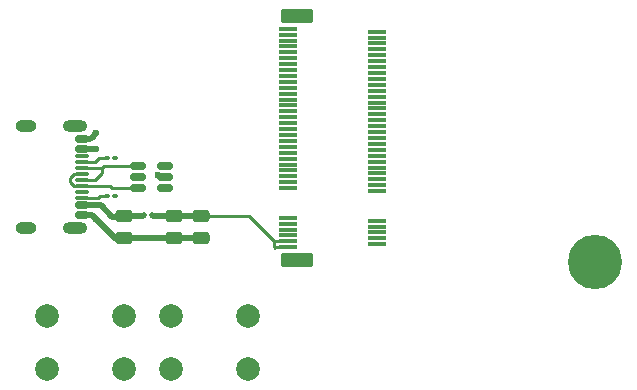
<source format=gbr>
%TF.GenerationSoftware,KiCad,Pcbnew,9.0.5*%
%TF.CreationDate,2025-10-31T02:29:56+01:00*%
%TF.ProjectId,ESP32S3UMCarrierBoard,45535033-3253-4335-954d-436172726965,rev?*%
%TF.SameCoordinates,Original*%
%TF.FileFunction,Copper,L1,Top*%
%TF.FilePolarity,Positive*%
%FSLAX46Y46*%
G04 Gerber Fmt 4.6, Leading zero omitted, Abs format (unit mm)*
G04 Created by KiCad (PCBNEW 9.0.5) date 2025-10-31 02:29:56*
%MOMM*%
%LPD*%
G01*
G04 APERTURE LIST*
G04 Aperture macros list*
%AMRoundRect*
0 Rectangle with rounded corners*
0 $1 Rounding radius*
0 $2 $3 $4 $5 $6 $7 $8 $9 X,Y pos of 4 corners*
0 Add a 4 corners polygon primitive as box body*
4,1,4,$2,$3,$4,$5,$6,$7,$8,$9,$2,$3,0*
0 Add four circle primitives for the rounded corners*
1,1,$1+$1,$2,$3*
1,1,$1+$1,$4,$5*
1,1,$1+$1,$6,$7*
1,1,$1+$1,$8,$9*
0 Add four rect primitives between the rounded corners*
20,1,$1+$1,$2,$3,$4,$5,0*
20,1,$1+$1,$4,$5,$6,$7,0*
20,1,$1+$1,$6,$7,$8,$9,0*
20,1,$1+$1,$8,$9,$2,$3,0*%
G04 Aperture macros list end*
%TA.AperFunction,SMDPad,CuDef*%
%ADD10RoundRect,0.250000X-0.475000X0.250000X-0.475000X-0.250000X0.475000X-0.250000X0.475000X0.250000X0*%
%TD*%
%TA.AperFunction,SMDPad,CuDef*%
%ADD11RoundRect,0.100000X-0.130000X-0.100000X0.130000X-0.100000X0.130000X0.100000X-0.130000X0.100000X0*%
%TD*%
%TA.AperFunction,ComponentPad*%
%ADD12C,2.000000*%
%TD*%
%TA.AperFunction,SMDPad,CuDef*%
%ADD13RoundRect,0.150000X-0.512500X-0.150000X0.512500X-0.150000X0.512500X0.150000X-0.512500X0.150000X0*%
%TD*%
%TA.AperFunction,ComponentPad*%
%ADD14C,4.600000*%
%TD*%
%TA.AperFunction,SMDPad,CuDef*%
%ADD15RoundRect,0.150000X1.225000X-0.450000X1.225000X0.450000X-1.225000X0.450000X-1.225000X-0.450000X0*%
%TD*%
%TA.AperFunction,SMDPad,CuDef*%
%ADD16RoundRect,0.075000X0.700000X-0.075000X0.700000X0.075000X-0.700000X0.075000X-0.700000X-0.075000X0*%
%TD*%
%TA.AperFunction,SMDPad,CuDef*%
%ADD17RoundRect,0.150000X-0.425000X0.150000X-0.425000X-0.150000X0.425000X-0.150000X0.425000X0.150000X0*%
%TD*%
%TA.AperFunction,SMDPad,CuDef*%
%ADD18RoundRect,0.075000X-0.500000X0.075000X-0.500000X-0.075000X0.500000X-0.075000X0.500000X0.075000X0*%
%TD*%
%TA.AperFunction,HeatsinkPad*%
%ADD19O,2.100000X1.000000*%
%TD*%
%TA.AperFunction,HeatsinkPad*%
%ADD20O,1.800000X1.000000*%
%TD*%
%TA.AperFunction,ViaPad*%
%ADD21C,0.600000*%
%TD*%
%TA.AperFunction,Conductor*%
%ADD22C,0.500000*%
%TD*%
%TA.AperFunction,Conductor*%
%ADD23C,0.250000*%
%TD*%
G04 APERTURE END LIST*
D10*
%TO.P,C1,1*%
%TO.N,+VBUS*%
X10750000Y19200000D03*
%TO.P,C1,2*%
%TO.N,GND*%
X10750000Y17300000D03*
%TD*%
%TO.P,C3,1*%
%TO.N,+VUSB*%
X17250000Y19200000D03*
%TO.P,C3,2*%
%TO.N,GND*%
X17250000Y17300000D03*
%TD*%
D11*
%TO.P,R2,1*%
%TO.N,Net-(J2-CC2)*%
X9325000Y20900000D03*
%TO.P,R2,2*%
%TO.N,GND*%
X9965000Y20900000D03*
%TD*%
D12*
%TO.P,SW1,1,1*%
%TO.N,GND*%
X10750000Y6250000D03*
X4250000Y6250000D03*
%TO.P,SW1,2,2*%
%TO.N,Net-(J1-IO0)*%
X10750000Y10750000D03*
X4250000Y10750000D03*
%TD*%
%TO.P,SW2,1,1*%
%TO.N,GND*%
X21250000Y6250000D03*
X14750000Y6250000D03*
%TO.P,SW2,2,2*%
%TO.N,Net-(J1-RESET)*%
X21250000Y10750000D03*
X14750000Y10750000D03*
%TD*%
D13*
%TO.P,U1,1,I/O1*%
%TO.N,/CarrierBoard_BlockModel/USBCD-*%
X11962500Y23450000D03*
%TO.P,U1,2,GND*%
%TO.N,GND*%
X11962500Y22500000D03*
%TO.P,U1,3,I/O2*%
%TO.N,/CarrierBoard_BlockModel/USBCD+*%
X11962500Y21550000D03*
%TO.P,U1,4,I/O2*%
%TO.N,/CarrierBoard_BlockModel/USB_D+*%
X14237500Y21550000D03*
%TO.P,U1,5,VBUS*%
%TO.N,+VBUS*%
X14237500Y22500000D03*
%TO.P,U1,6,I/O1*%
%TO.N,/CarrierBoard_BlockModel/USB_D-*%
X14237500Y23450000D03*
%TD*%
D11*
%TO.P,R3,1*%
%TO.N,Net-(J2-CC1)*%
X9325000Y24100000D03*
%TO.P,R3,2*%
%TO.N,GND*%
X9965000Y24100000D03*
%TD*%
D14*
%TO.P,J1,*%
%TO.N,*%
X50639999Y15299997D03*
D15*
X25400000Y15450000D03*
X25400000Y36150000D03*
D16*
%TO.P,J1,1,5V*%
%TO.N,+VUSB*%
X24625000Y16550000D03*
%TO.P,J1,2,GND*%
%TO.N,GND*%
X32175000Y16800000D03*
%TO.P,J1,3,5V*%
%TO.N,+VUSB*%
X24625000Y17050000D03*
%TO.P,J1,4,GND*%
%TO.N,GND*%
X32175000Y17299999D03*
%TO.P,J1,5,VBAT*%
%TO.N,+BATT*%
X24625000Y17550000D03*
%TO.P,J1,6,GND*%
%TO.N,GND*%
X32175000Y17800000D03*
%TO.P,J1,7,VBAT*%
%TO.N,+BATT*%
X24625000Y18050000D03*
%TO.P,J1,8,GND*%
%TO.N,GND*%
X32175000Y18300000D03*
%TO.P,J1,9,3V3*%
%TO.N,+3V3*%
X24625000Y18550000D03*
%TO.P,J1,10,GND*%
%TO.N,GND*%
X32174999Y18800000D03*
%TO.P,J1,11,3V3*%
%TO.N,+3V3*%
X24625000Y19050000D03*
%TO.P,J1,20,20*%
%TO.N,unconnected-(J1-Pad20)*%
X32174999Y21300000D03*
%TO.P,J1,21,3V3_EN*%
%TO.N,unconnected-(J1-3V3_EN-Pad21)*%
X24625000Y21550000D03*
%TO.P,J1,22,IO0*%
%TO.N,Net-(J1-IO0)*%
X32175000Y21800000D03*
%TO.P,J1,23,RESET*%
%TO.N,Net-(J1-RESET)*%
X24625000Y22050000D03*
%TO.P,J1,24,IO1*%
%TO.N,unconnected-(J1-IO1-Pad24)*%
X32175000Y22300000D03*
%TO.P,J1,25,IO46*%
%TO.N,unconnected-(J1-IO46-Pad25)*%
X24625000Y22550000D03*
%TO.P,J1,26,IO2*%
%TO.N,unconnected-(J1-IO2-Pad26)*%
X32175000Y22800000D03*
%TO.P,J1,27,IO45*%
%TO.N,unconnected-(J1-IO45-Pad27)*%
X24625000Y23050000D03*
%TO.P,J1,28,IO3*%
%TO.N,unconnected-(J1-IO3-Pad28)*%
X32175000Y23300000D03*
%TO.P,J1,29,IO44/RX*%
%TO.N,unconnected-(J1-IO44{slash}RX-Pad29)*%
X24625000Y23550000D03*
%TO.P,J1,30,IO4*%
%TO.N,unconnected-(J1-IO4-Pad30)*%
X32174999Y23800000D03*
%TO.P,J1,31,IO43/TX*%
%TO.N,unconnected-(J1-IO43{slash}TX-Pad31)*%
X24625000Y24050000D03*
%TO.P,J1,32,IO5*%
%TO.N,unconnected-(J1-IO5-Pad32)*%
X32175000Y24300000D03*
%TO.P,J1,33,IO42/MTMS*%
%TO.N,unconnected-(J1-IO42{slash}MTMS-Pad33)*%
X24625000Y24550000D03*
%TO.P,J1,34,34*%
%TO.N,unconnected-(J1-Pad34)*%
X32175000Y24800000D03*
%TO.P,J1,35,IO41/MTDI*%
%TO.N,unconnected-(J1-IO41{slash}MTDI-Pad35)*%
X24625000Y25050000D03*
%TO.P,J1,36,IO7*%
%TO.N,unconnected-(J1-IO7-Pad36)*%
X32175000Y25300001D03*
%TO.P,J1,37,37*%
%TO.N,unconnected-(J1-Pad37)*%
X24625000Y25550000D03*
%TO.P,J1,38,IO8*%
%TO.N,unconnected-(J1-IO8-Pad38)*%
X32175000Y25800000D03*
%TO.P,J1,39,39*%
%TO.N,unconnected-(J1-Pad39)*%
X24625000Y26050000D03*
%TO.P,J1,40,IO9*%
%TO.N,unconnected-(J1-IO9-Pad40)*%
X32175000Y26299999D03*
%TO.P,J1,41,41*%
%TO.N,unconnected-(J1-Pad41)*%
X24625000Y26550000D03*
%TO.P,J1,42,IO10*%
%TO.N,unconnected-(J1-IO10-Pad42)*%
X32175000Y26800000D03*
%TO.P,J1,43,43*%
%TO.N,unconnected-(J1-Pad43)*%
X24625000Y27050000D03*
%TO.P,J1,44,GND*%
%TO.N,GND*%
X32175000Y27300000D03*
%TO.P,J1,45,45*%
%TO.N,unconnected-(J1-Pad45)*%
X24625000Y27550000D03*
%TO.P,J1,46,D-*%
%TO.N,/CarrierBoard_BlockModel/USB_D-*%
X32174999Y27800000D03*
%TO.P,J1,47,47*%
%TO.N,unconnected-(J1-Pad47)*%
X24625000Y28050000D03*
%TO.P,J1,48,D+*%
%TO.N,/CarrierBoard_BlockModel/USB_D+*%
X32175000Y28300000D03*
%TO.P,J1,49,49*%
%TO.N,unconnected-(J1-Pad49)*%
X24625000Y28550000D03*
%TO.P,J1,50,GND*%
%TO.N,GND*%
X32175000Y28800000D03*
%TO.P,J1,51,IO40/MTDO*%
%TO.N,unconnected-(J1-IO40{slash}MTDO-Pad51)*%
X24625000Y29050000D03*
%TO.P,J1,52,GND*%
%TO.N,GND*%
X32175000Y29300000D03*
%TO.P,J1,53,IO39/MTCK*%
%TO.N,unconnected-(J1-IO39{slash}MTCK-Pad53)*%
X24625000Y29550000D03*
%TO.P,J1,54,GND*%
%TO.N,GND*%
X32175000Y29800000D03*
%TO.P,J1,55,GND*%
X24625000Y30050000D03*
%TO.P,J1,56,GND*%
X32174999Y30300000D03*
%TO.P,J1,57,GND*%
X24625000Y30550000D03*
%TO.P,J1,58,IO21*%
%TO.N,unconnected-(J1-IO21-Pad58)*%
X32175000Y30800000D03*
%TO.P,J1,59,GND*%
%TO.N,GND*%
X24625000Y31050000D03*
%TO.P,J1,60,IO18*%
%TO.N,unconnected-(J1-IO18-Pad60)*%
X32175000Y31300000D03*
%TO.P,J1,61,XIO0*%
%TO.N,unconnected-(J1-XIO0-Pad61)*%
X24625000Y31550000D03*
%TO.P,J1,62,IO17*%
%TO.N,unconnected-(J1-IO17-Pad62)*%
X32175000Y31800000D03*
%TO.P,J1,63,XIO1*%
%TO.N,unconnected-(J1-XIO1-Pad63)*%
X24625000Y32050000D03*
%TO.P,J1,64,IO16*%
%TO.N,unconnected-(J1-IO16-Pad64)*%
X32175000Y32300000D03*
%TO.P,J1,65,XIO2*%
%TO.N,unconnected-(J1-XIO2-Pad65)*%
X24625000Y32550000D03*
%TO.P,J1,66,IO15*%
%TO.N,unconnected-(J1-IO15-Pad66)*%
X32174999Y32800000D03*
%TO.P,J1,67,XIO3*%
%TO.N,unconnected-(J1-XIO3-Pad67)*%
X24625000Y33050000D03*
%TO.P,J1,68,IO14*%
%TO.N,unconnected-(J1-IO14-Pad68)*%
X32175000Y33300000D03*
%TO.P,J1,69,XIO4*%
%TO.N,unconnected-(J1-XIO4-Pad69)*%
X24625000Y33550000D03*
%TO.P,J1,70,IO13*%
%TO.N,unconnected-(J1-IO13-Pad70)*%
X32175000Y33800000D03*
%TO.P,J1,71,XIO5*%
%TO.N,unconnected-(J1-XIO5-Pad71)*%
X24625000Y34050000D03*
%TO.P,J1,72,IO12*%
%TO.N,unconnected-(J1-IO12-Pad72)*%
X32175000Y34300001D03*
%TO.P,J1,73,XIO6*%
%TO.N,unconnected-(J1-XIO6-Pad73)*%
X24625000Y34550000D03*
%TO.P,J1,74,IO11*%
%TO.N,unconnected-(J1-IO11-Pad74)*%
X32175000Y34800000D03*
%TO.P,J1,75,XIO7*%
%TO.N,unconnected-(J1-XIO7-Pad75)*%
X24625000Y35050000D03*
%TD*%
D10*
%TO.P,C2,1*%
%TO.N,+VUSB*%
X15000000Y19200000D03*
%TO.P,C2,2*%
%TO.N,GND*%
X15000000Y17300000D03*
%TD*%
D17*
%TO.P,J2,A1,GND*%
%TO.N,GND*%
X7180000Y25700000D03*
%TO.P,J2,A4,VBUS*%
%TO.N,+VBUS*%
X7180000Y24900000D03*
D18*
%TO.P,J2,A5,CC1*%
%TO.N,Net-(J2-CC1)*%
X7180000Y23750000D03*
%TO.P,J2,A6,D+*%
%TO.N,/CarrierBoard_BlockModel/USBCD+*%
X7180000Y22750000D03*
%TO.P,J2,A7,D-*%
%TO.N,/CarrierBoard_BlockModel/USBCD-*%
X7180000Y22250000D03*
%TO.P,J2,A8,SBU1*%
%TO.N,unconnected-(J2-SBU1-PadA8)*%
X7180000Y21250000D03*
D17*
%TO.P,J2,A9,VBUS*%
%TO.N,+VBUS*%
X7180000Y20100000D03*
%TO.P,J2,A12,GND*%
%TO.N,GND*%
X7180000Y19300000D03*
%TO.P,J2,B1,GND*%
X7180000Y19300000D03*
%TO.P,J2,B4,VBUS*%
%TO.N,+VBUS*%
X7180000Y20100000D03*
D18*
%TO.P,J2,B5,CC2*%
%TO.N,Net-(J2-CC2)*%
X7180000Y20750000D03*
%TO.P,J2,B6,D+*%
%TO.N,/CarrierBoard_BlockModel/USBCD+*%
X7180000Y21750000D03*
%TO.P,J2,B7,D-*%
%TO.N,/CarrierBoard_BlockModel/USBCD-*%
X7180000Y23250000D03*
%TO.P,J2,B8,SBU2*%
%TO.N,unconnected-(J2-SBU2-PadB8)*%
X7180000Y24250000D03*
D17*
%TO.P,J2,B9,VBUS*%
%TO.N,+VBUS*%
X7180000Y24900000D03*
%TO.P,J2,B12,GND*%
%TO.N,GND*%
X7180000Y25700000D03*
D19*
%TO.P,J2,S1,SHIELD*%
X6605000Y26820000D03*
D20*
X2425000Y26820000D03*
D19*
X6605000Y18180000D03*
D20*
X2425000Y18180000D03*
%TD*%
D11*
%TO.P,R1,1*%
%TO.N,+VBUS*%
X12430000Y19250000D03*
%TO.P,R1,2*%
%TO.N,+VUSB*%
X13070000Y19250000D03*
%TD*%
D21*
%TO.N,+VBUS*%
X8400000Y24900000D03*
X8400000Y20100000D03*
X13612373Y22624999D03*
%TO.N,GND*%
X8400000Y18900000D03*
X8400000Y26200000D03*
%TD*%
D22*
%TO.N,+VBUS*%
X7180000Y24900000D02*
X8400000Y24900000D01*
X12339000Y19200000D02*
X12389000Y19250000D01*
X8400000Y20100000D02*
X8800000Y20100000D01*
X9750000Y19150000D02*
X10600000Y19150000D01*
X7180000Y20100000D02*
X8400000Y20100000D01*
X10750000Y19200000D02*
X12339000Y19200000D01*
X8800000Y20100000D02*
X9750000Y19150000D01*
%TO.N,GND*%
X7180000Y19300000D02*
X8000000Y19300000D01*
X7900000Y25700000D02*
X8100000Y25900000D01*
X8400000Y18900000D02*
X10050000Y17250000D01*
X8000000Y19300000D02*
X8400000Y18900000D01*
X10750000Y17300000D02*
X17250000Y17300000D01*
X8100000Y25900000D02*
X8300000Y26100000D01*
X8300000Y26100000D02*
X8400000Y26200000D01*
X7180000Y25700000D02*
X7900000Y25700000D01*
X10050000Y17250000D02*
X10600000Y17250000D01*
%TO.N,+VUSB*%
X13161000Y19200000D02*
X13111000Y19250000D01*
D23*
X23500000Y16500000D02*
X23450000Y16550000D01*
X23450000Y16550000D02*
X23450000Y17050000D01*
X21300000Y19200000D02*
X17250000Y19200000D01*
X23450000Y17050000D02*
X21300000Y19200000D01*
D22*
X15000000Y19200000D02*
X13161000Y19200000D01*
D23*
X24625000Y17050000D02*
X23450000Y17050000D01*
X23550000Y16550000D02*
X23500000Y16500000D01*
D22*
X15000000Y19200000D02*
X17250000Y19200000D01*
D23*
X24625000Y16550000D02*
X23550000Y16550000D01*
%TO.N,/CarrierBoard_BlockModel/USBCD-*%
X8850000Y23250000D02*
X9050000Y23450000D01*
X8850000Y22850000D02*
X8850000Y23250000D01*
X9050000Y23450000D02*
X11962500Y23450000D01*
X7180000Y23250000D02*
X8850000Y23250000D01*
X7180000Y22250000D02*
X8250000Y22250000D01*
X8250000Y22250000D02*
X8850000Y22850000D01*
%TO.N,/CarrierBoard_BlockModel/USBCD+*%
X7180000Y21750000D02*
X9550000Y21750000D01*
X6200000Y22414178D02*
X6200000Y22085822D01*
X9550000Y21750000D02*
X9750000Y21550000D01*
X6535822Y21750000D02*
X7180000Y21750000D01*
X7180000Y22750000D02*
X6535822Y22750000D01*
X6535822Y22750000D02*
X6200000Y22414178D01*
X6200000Y22085822D02*
X6535822Y21750000D01*
X9750000Y21550000D02*
X11962500Y21550000D01*
%TO.N,Net-(J2-CC2)*%
X7180000Y20750000D02*
X8550000Y20750000D01*
X8550000Y20750000D02*
X8700000Y20900000D01*
X8700000Y20900000D02*
X9325000Y20900000D01*
%TO.N,Net-(J2-CC1)*%
X8600000Y24100000D02*
X9325000Y24100000D01*
X8250000Y23750000D02*
X8600000Y24100000D01*
X7180000Y23750000D02*
X8250000Y23750000D01*
%TD*%
M02*

</source>
